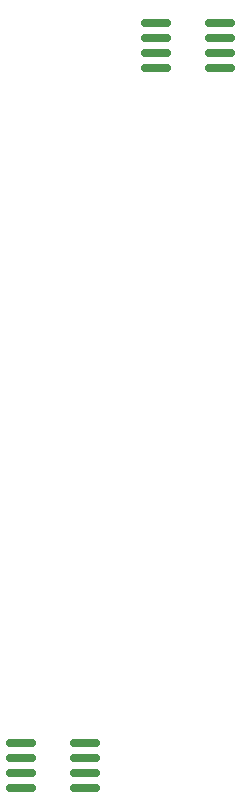
<source format=gtp>
G04 #@! TF.GenerationSoftware,KiCad,Pcbnew,(6.0.6-0)*
G04 #@! TF.CreationDate,2022-10-13T17:11:31-07:00*
G04 #@! TF.ProjectId,Atverter_vE1r5,41747665-7274-4657-925f-76453172352e,rev?*
G04 #@! TF.SameCoordinates,Original*
G04 #@! TF.FileFunction,Paste,Top*
G04 #@! TF.FilePolarity,Positive*
%FSLAX46Y46*%
G04 Gerber Fmt 4.6, Leading zero omitted, Abs format (unit mm)*
G04 Created by KiCad (PCBNEW (6.0.6-0)) date 2022-10-13 17:11:31*
%MOMM*%
%LPD*%
G01*
G04 APERTURE LIST*
G04 Aperture macros list*
%AMRoundRect*
0 Rectangle with rounded corners*
0 $1 Rounding radius*
0 $2 $3 $4 $5 $6 $7 $8 $9 X,Y pos of 4 corners*
0 Add a 4 corners polygon primitive as box body*
4,1,4,$2,$3,$4,$5,$6,$7,$8,$9,$2,$3,0*
0 Add four circle primitives for the rounded corners*
1,1,$1+$1,$2,$3*
1,1,$1+$1,$4,$5*
1,1,$1+$1,$6,$7*
1,1,$1+$1,$8,$9*
0 Add four rect primitives between the rounded corners*
20,1,$1+$1,$2,$3,$4,$5,0*
20,1,$1+$1,$4,$5,$6,$7,0*
20,1,$1+$1,$6,$7,$8,$9,0*
20,1,$1+$1,$8,$9,$2,$3,0*%
G04 Aperture macros list end*
%ADD10RoundRect,0.150000X1.100000X0.150000X-1.100000X0.150000X-1.100000X-0.150000X1.100000X-0.150000X0*%
G04 APERTURE END LIST*
D10*
X137370000Y-73025000D03*
X137370000Y-71755000D03*
X137370000Y-70485000D03*
X137370000Y-69215000D03*
X131870000Y-69215000D03*
X131870000Y-70485000D03*
X131870000Y-71755000D03*
X131870000Y-73025000D03*
X125940000Y-133985000D03*
X125940000Y-132715000D03*
X125940000Y-131445000D03*
X125940000Y-130175000D03*
X120440000Y-130175000D03*
X120440000Y-131445000D03*
X120440000Y-132715000D03*
X120440000Y-133985000D03*
M02*

</source>
